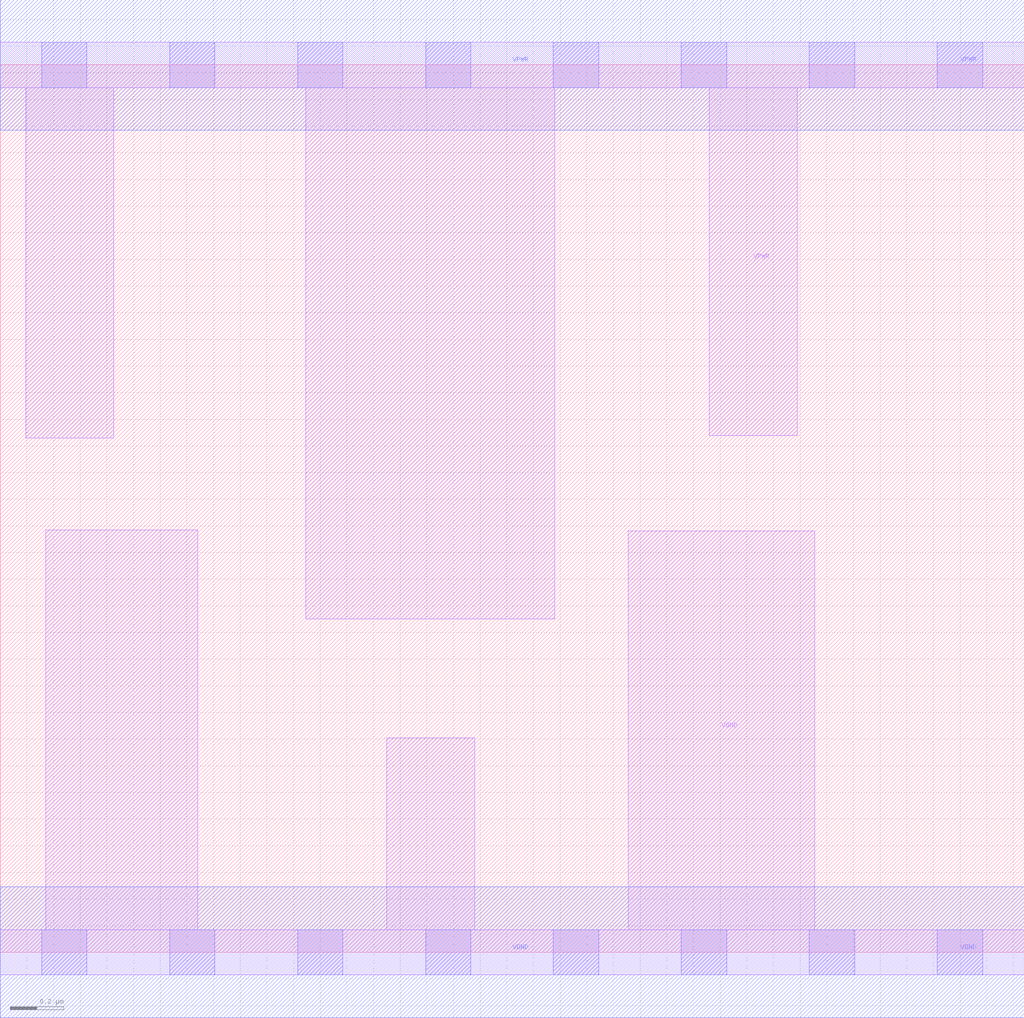
<source format=lef>
# Copyright 2020 The SkyWater PDK Authors
#
# Licensed under the Apache License, Version 2.0 (the "License");
# you may not use this file except in compliance with the License.
# You may obtain a copy of the License at
#
#     https://www.apache.org/licenses/LICENSE-2.0
#
# Unless required by applicable law or agreed to in writing, software
# distributed under the License is distributed on an "AS IS" BASIS,
# WITHOUT WARRANTIES OR CONDITIONS OF ANY KIND, either express or implied.
# See the License for the specific language governing permissions and
# limitations under the License.
#
# SPDX-License-Identifier: Apache-2.0

VERSION 5.7 ;
  NAMESCASESENSITIVE ON ;
  NOWIREEXTENSIONATPIN ON ;
  DIVIDERCHAR "/" ;
  BUSBITCHARS "[]" ;
UNITS
  DATABASE MICRONS 200 ;
END UNITS
MACRO sky130_fd_sc_ms__decap_8
  CLASS CORE ;
  SOURCE USER ;
  FOREIGN sky130_fd_sc_ms__decap_8 ;
  ORIGIN  0.000000  0.000000 ;
  SIZE  3.840000 BY  3.330000 ;
  SYMMETRY X Y ;
  SITE unit ;
  PIN VGND
    DIRECTION INOUT ;
    USE GROUND ;
    PORT
      LAYER li1 ;
        RECT 0.000000 -0.085000 3.840000 0.085000 ;
        RECT 0.170000  0.085000 0.740000 1.585000 ;
        RECT 1.450000  0.085000 1.780000 0.805000 ;
        RECT 2.355000  0.085000 3.055000 1.580000 ;
      LAYER mcon ;
        RECT 0.155000 -0.085000 0.325000 0.085000 ;
        RECT 0.635000 -0.085000 0.805000 0.085000 ;
        RECT 1.115000 -0.085000 1.285000 0.085000 ;
        RECT 1.595000 -0.085000 1.765000 0.085000 ;
        RECT 2.075000 -0.085000 2.245000 0.085000 ;
        RECT 2.555000 -0.085000 2.725000 0.085000 ;
        RECT 3.035000 -0.085000 3.205000 0.085000 ;
        RECT 3.515000 -0.085000 3.685000 0.085000 ;
      LAYER met1 ;
        RECT 0.000000 -0.245000 3.840000 0.245000 ;
    END
  END VGND
  PIN VPWR
    DIRECTION INOUT ;
    USE POWER ;
    PORT
      LAYER li1 ;
        RECT 0.000000 3.245000 3.840000 3.415000 ;
        RECT 0.095000 1.930000 0.425000 3.245000 ;
        RECT 1.145000 1.250000 2.080000 3.245000 ;
        RECT 2.660000 1.940000 2.990000 3.245000 ;
      LAYER mcon ;
        RECT 0.155000 3.245000 0.325000 3.415000 ;
        RECT 0.635000 3.245000 0.805000 3.415000 ;
        RECT 1.115000 3.245000 1.285000 3.415000 ;
        RECT 1.595000 3.245000 1.765000 3.415000 ;
        RECT 2.075000 3.245000 2.245000 3.415000 ;
        RECT 2.555000 3.245000 2.725000 3.415000 ;
        RECT 3.035000 3.245000 3.205000 3.415000 ;
        RECT 3.515000 3.245000 3.685000 3.415000 ;
      LAYER met1 ;
        RECT 0.000000 3.085000 3.840000 3.575000 ;
    END
  END VPWR
END sky130_fd_sc_ms__decap_8

</source>
